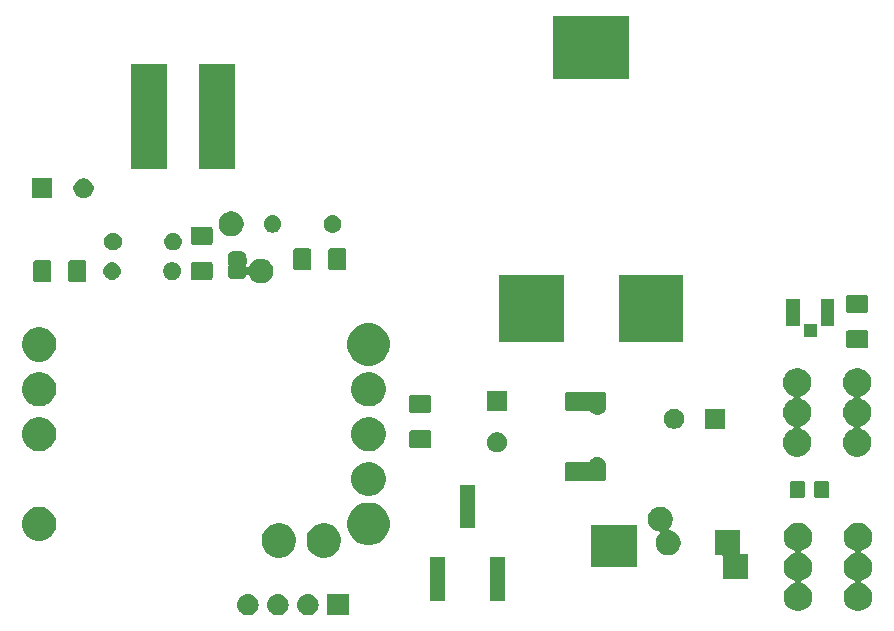
<source format=gts>
G04 #@! TF.GenerationSoftware,KiCad,Pcbnew,(5.1.4)-1*
G04 #@! TF.CreationDate,2021-06-03T13:54:44-04:00*
G04 #@! TF.ProjectId,coil_power_mod,636f696c-5f70-46f7-9765-725f6d6f642e,rev?*
G04 #@! TF.SameCoordinates,Original*
G04 #@! TF.FileFunction,Soldermask,Top*
G04 #@! TF.FilePolarity,Negative*
%FSLAX46Y46*%
G04 Gerber Fmt 4.6, Leading zero omitted, Abs format (unit mm)*
G04 Created by KiCad (PCBNEW (5.1.4)-1) date 2021-06-03 13:54:44*
%MOMM*%
%LPD*%
G04 APERTURE LIST*
%ADD10C,0.100000*%
G04 APERTURE END LIST*
D10*
G36*
X113750000Y-44250000D02*
G01*
X110750000Y-44250000D01*
X110750000Y-35500000D01*
X113750000Y-35500000D01*
X113750000Y-44250000D01*
G37*
X113750000Y-44250000D02*
X110750000Y-44250000D01*
X110750000Y-35500000D01*
X113750000Y-35500000D01*
X113750000Y-44250000D01*
G36*
X108000000Y-44250000D02*
G01*
X105000000Y-44250000D01*
X105000000Y-35500000D01*
X108000000Y-35500000D01*
X108000000Y-44250000D01*
G37*
X108000000Y-44250000D02*
X105000000Y-44250000D01*
X105000000Y-35500000D01*
X108000000Y-35500000D01*
X108000000Y-44250000D01*
G36*
X147750000Y-78000000D02*
G01*
X144000000Y-78000000D01*
X144000000Y-74500000D01*
X147750000Y-74500000D01*
X147750000Y-78000000D01*
G37*
X147750000Y-78000000D02*
X144000000Y-78000000D01*
X144000000Y-74500000D01*
X147750000Y-74500000D01*
X147750000Y-78000000D01*
G36*
X117570443Y-80355519D02*
G01*
X117636627Y-80362037D01*
X117806466Y-80413557D01*
X117962991Y-80497222D01*
X117998729Y-80526552D01*
X118100186Y-80609814D01*
X118172795Y-80698290D01*
X118212778Y-80747009D01*
X118296443Y-80903534D01*
X118347963Y-81073373D01*
X118365359Y-81250000D01*
X118347963Y-81426627D01*
X118296443Y-81596466D01*
X118212778Y-81752991D01*
X118189791Y-81781000D01*
X118100186Y-81890186D01*
X117998729Y-81973448D01*
X117962991Y-82002778D01*
X117806466Y-82086443D01*
X117636627Y-82137963D01*
X117570443Y-82144481D01*
X117504260Y-82151000D01*
X117415740Y-82151000D01*
X117349557Y-82144481D01*
X117283373Y-82137963D01*
X117113534Y-82086443D01*
X116957009Y-82002778D01*
X116921271Y-81973448D01*
X116819814Y-81890186D01*
X116730209Y-81781000D01*
X116707222Y-81752991D01*
X116623557Y-81596466D01*
X116572037Y-81426627D01*
X116554641Y-81250000D01*
X116572037Y-81073373D01*
X116623557Y-80903534D01*
X116707222Y-80747009D01*
X116747205Y-80698290D01*
X116819814Y-80609814D01*
X116921271Y-80526552D01*
X116957009Y-80497222D01*
X117113534Y-80413557D01*
X117283373Y-80362037D01*
X117349557Y-80355519D01*
X117415740Y-80349000D01*
X117504260Y-80349000D01*
X117570443Y-80355519D01*
X117570443Y-80355519D01*
G37*
G36*
X120110443Y-80355519D02*
G01*
X120176627Y-80362037D01*
X120346466Y-80413557D01*
X120502991Y-80497222D01*
X120538729Y-80526552D01*
X120640186Y-80609814D01*
X120712795Y-80698290D01*
X120752778Y-80747009D01*
X120836443Y-80903534D01*
X120887963Y-81073373D01*
X120905359Y-81250000D01*
X120887963Y-81426627D01*
X120836443Y-81596466D01*
X120752778Y-81752991D01*
X120729791Y-81781000D01*
X120640186Y-81890186D01*
X120538729Y-81973448D01*
X120502991Y-82002778D01*
X120346466Y-82086443D01*
X120176627Y-82137963D01*
X120110443Y-82144481D01*
X120044260Y-82151000D01*
X119955740Y-82151000D01*
X119889557Y-82144481D01*
X119823373Y-82137963D01*
X119653534Y-82086443D01*
X119497009Y-82002778D01*
X119461271Y-81973448D01*
X119359814Y-81890186D01*
X119270209Y-81781000D01*
X119247222Y-81752991D01*
X119163557Y-81596466D01*
X119112037Y-81426627D01*
X119094641Y-81250000D01*
X119112037Y-81073373D01*
X119163557Y-80903534D01*
X119247222Y-80747009D01*
X119287205Y-80698290D01*
X119359814Y-80609814D01*
X119461271Y-80526552D01*
X119497009Y-80497222D01*
X119653534Y-80413557D01*
X119823373Y-80362037D01*
X119889557Y-80355519D01*
X119955740Y-80349000D01*
X120044260Y-80349000D01*
X120110443Y-80355519D01*
X120110443Y-80355519D01*
G37*
G36*
X123441000Y-82151000D02*
G01*
X121639000Y-82151000D01*
X121639000Y-80349000D01*
X123441000Y-80349000D01*
X123441000Y-82151000D01*
X123441000Y-82151000D01*
G37*
G36*
X115030443Y-80355519D02*
G01*
X115096627Y-80362037D01*
X115266466Y-80413557D01*
X115422991Y-80497222D01*
X115458729Y-80526552D01*
X115560186Y-80609814D01*
X115632795Y-80698290D01*
X115672778Y-80747009D01*
X115756443Y-80903534D01*
X115807963Y-81073373D01*
X115825359Y-81250000D01*
X115807963Y-81426627D01*
X115756443Y-81596466D01*
X115672778Y-81752991D01*
X115649791Y-81781000D01*
X115560186Y-81890186D01*
X115458729Y-81973448D01*
X115422991Y-82002778D01*
X115266466Y-82086443D01*
X115096627Y-82137963D01*
X115030443Y-82144481D01*
X114964260Y-82151000D01*
X114875740Y-82151000D01*
X114809557Y-82144481D01*
X114743373Y-82137963D01*
X114573534Y-82086443D01*
X114417009Y-82002778D01*
X114381271Y-81973448D01*
X114279814Y-81890186D01*
X114190209Y-81781000D01*
X114167222Y-81752991D01*
X114083557Y-81596466D01*
X114032037Y-81426627D01*
X114014641Y-81250000D01*
X114032037Y-81073373D01*
X114083557Y-80903534D01*
X114167222Y-80747009D01*
X114207205Y-80698290D01*
X114279814Y-80609814D01*
X114381271Y-80526552D01*
X114417009Y-80497222D01*
X114573534Y-80413557D01*
X114743373Y-80362037D01*
X114809557Y-80355519D01*
X114875740Y-80349000D01*
X114964260Y-80349000D01*
X115030443Y-80355519D01*
X115030443Y-80355519D01*
G37*
G36*
X161850318Y-74345153D02*
G01*
X162068885Y-74435687D01*
X162068887Y-74435688D01*
X162265593Y-74567122D01*
X162432878Y-74734407D01*
X162563789Y-74930331D01*
X162564313Y-74931115D01*
X162654847Y-75149682D01*
X162701000Y-75381710D01*
X162701000Y-75618290D01*
X162654847Y-75850318D01*
X162592421Y-76001026D01*
X162564312Y-76068887D01*
X162432878Y-76265593D01*
X162265593Y-76432878D01*
X162068887Y-76564312D01*
X162068886Y-76564313D01*
X162068885Y-76564313D01*
X161851117Y-76654516D01*
X161829506Y-76666067D01*
X161810564Y-76681613D01*
X161795019Y-76700554D01*
X161783468Y-76722165D01*
X161776355Y-76745614D01*
X161773953Y-76770000D01*
X161776355Y-76794386D01*
X161783468Y-76817835D01*
X161795019Y-76839446D01*
X161810565Y-76858388D01*
X161829506Y-76873933D01*
X161851117Y-76885484D01*
X161998658Y-76946598D01*
X162068887Y-76975688D01*
X162265593Y-77107122D01*
X162432878Y-77274407D01*
X162564312Y-77471113D01*
X162564313Y-77471115D01*
X162654847Y-77689682D01*
X162701000Y-77921710D01*
X162701000Y-78158290D01*
X162654847Y-78390318D01*
X162564313Y-78608885D01*
X162564312Y-78608887D01*
X162432878Y-78805593D01*
X162265593Y-78972878D01*
X162068887Y-79104312D01*
X162068886Y-79104313D01*
X162068885Y-79104313D01*
X161851117Y-79194516D01*
X161829506Y-79206067D01*
X161810564Y-79221613D01*
X161795019Y-79240554D01*
X161783468Y-79262165D01*
X161776355Y-79285614D01*
X161773953Y-79310000D01*
X161776355Y-79334386D01*
X161783468Y-79357835D01*
X161795019Y-79379446D01*
X161810565Y-79398388D01*
X161829506Y-79413933D01*
X161851117Y-79425484D01*
X162068885Y-79515687D01*
X162068887Y-79515688D01*
X162265593Y-79647122D01*
X162432878Y-79814407D01*
X162564312Y-80011113D01*
X162564313Y-80011115D01*
X162654847Y-80229682D01*
X162701000Y-80461710D01*
X162701000Y-80698290D01*
X162654847Y-80930318D01*
X162595591Y-81073373D01*
X162564312Y-81148887D01*
X162432878Y-81345593D01*
X162265593Y-81512878D01*
X162068887Y-81644312D01*
X162068886Y-81644313D01*
X162068885Y-81644313D01*
X161850318Y-81734847D01*
X161618290Y-81781000D01*
X161381710Y-81781000D01*
X161149682Y-81734847D01*
X160931115Y-81644313D01*
X160931114Y-81644313D01*
X160931113Y-81644312D01*
X160734407Y-81512878D01*
X160567122Y-81345593D01*
X160435688Y-81148887D01*
X160404409Y-81073373D01*
X160345153Y-80930318D01*
X160299000Y-80698290D01*
X160299000Y-80461710D01*
X160345153Y-80229682D01*
X160435687Y-80011115D01*
X160435688Y-80011113D01*
X160567122Y-79814407D01*
X160734407Y-79647122D01*
X160931113Y-79515688D01*
X160931115Y-79515687D01*
X161148883Y-79425484D01*
X161170494Y-79413933D01*
X161189436Y-79398387D01*
X161204981Y-79379446D01*
X161216532Y-79357835D01*
X161223645Y-79334386D01*
X161226047Y-79310000D01*
X161223645Y-79285614D01*
X161216532Y-79262165D01*
X161204981Y-79240554D01*
X161189435Y-79221612D01*
X161170494Y-79206067D01*
X161148883Y-79194516D01*
X160931115Y-79104313D01*
X160931114Y-79104313D01*
X160931113Y-79104312D01*
X160734407Y-78972878D01*
X160567122Y-78805593D01*
X160435688Y-78608887D01*
X160435687Y-78608885D01*
X160345153Y-78390318D01*
X160299000Y-78158290D01*
X160299000Y-77921710D01*
X160345153Y-77689682D01*
X160435687Y-77471115D01*
X160435688Y-77471113D01*
X160567122Y-77274407D01*
X160734407Y-77107122D01*
X160931113Y-76975688D01*
X161001342Y-76946598D01*
X161148883Y-76885484D01*
X161170494Y-76873933D01*
X161189436Y-76858387D01*
X161204981Y-76839446D01*
X161216532Y-76817835D01*
X161223645Y-76794386D01*
X161226047Y-76770000D01*
X161223645Y-76745614D01*
X161216532Y-76722165D01*
X161204981Y-76700554D01*
X161189435Y-76681612D01*
X161170494Y-76666067D01*
X161148883Y-76654516D01*
X160931115Y-76564313D01*
X160931114Y-76564313D01*
X160931113Y-76564312D01*
X160734407Y-76432878D01*
X160567122Y-76265593D01*
X160435688Y-76068887D01*
X160407579Y-76001026D01*
X160345153Y-75850318D01*
X160299000Y-75618290D01*
X160299000Y-75381710D01*
X160345153Y-75149682D01*
X160435687Y-74931115D01*
X160436211Y-74930331D01*
X160567122Y-74734407D01*
X160734407Y-74567122D01*
X160931113Y-74435688D01*
X160931115Y-74435687D01*
X161149682Y-74345153D01*
X161381710Y-74299000D01*
X161618290Y-74299000D01*
X161850318Y-74345153D01*
X161850318Y-74345153D01*
G37*
G36*
X166930318Y-74345153D02*
G01*
X167148885Y-74435687D01*
X167148887Y-74435688D01*
X167345593Y-74567122D01*
X167512878Y-74734407D01*
X167643789Y-74930331D01*
X167644313Y-74931115D01*
X167734847Y-75149682D01*
X167781000Y-75381710D01*
X167781000Y-75618290D01*
X167734847Y-75850318D01*
X167672421Y-76001026D01*
X167644312Y-76068887D01*
X167512878Y-76265593D01*
X167345593Y-76432878D01*
X167148887Y-76564312D01*
X167148886Y-76564313D01*
X167148885Y-76564313D01*
X166931117Y-76654516D01*
X166909506Y-76666067D01*
X166890564Y-76681613D01*
X166875019Y-76700554D01*
X166863468Y-76722165D01*
X166856355Y-76745614D01*
X166853953Y-76770000D01*
X166856355Y-76794386D01*
X166863468Y-76817835D01*
X166875019Y-76839446D01*
X166890565Y-76858388D01*
X166909506Y-76873933D01*
X166931117Y-76885484D01*
X167078658Y-76946598D01*
X167148887Y-76975688D01*
X167345593Y-77107122D01*
X167512878Y-77274407D01*
X167644312Y-77471113D01*
X167644313Y-77471115D01*
X167734847Y-77689682D01*
X167781000Y-77921710D01*
X167781000Y-78158290D01*
X167734847Y-78390318D01*
X167644313Y-78608885D01*
X167644312Y-78608887D01*
X167512878Y-78805593D01*
X167345593Y-78972878D01*
X167148887Y-79104312D01*
X167148886Y-79104313D01*
X167148885Y-79104313D01*
X166931117Y-79194516D01*
X166909506Y-79206067D01*
X166890564Y-79221613D01*
X166875019Y-79240554D01*
X166863468Y-79262165D01*
X166856355Y-79285614D01*
X166853953Y-79310000D01*
X166856355Y-79334386D01*
X166863468Y-79357835D01*
X166875019Y-79379446D01*
X166890565Y-79398388D01*
X166909506Y-79413933D01*
X166931117Y-79425484D01*
X167148885Y-79515687D01*
X167148887Y-79515688D01*
X167345593Y-79647122D01*
X167512878Y-79814407D01*
X167644312Y-80011113D01*
X167644313Y-80011115D01*
X167734847Y-80229682D01*
X167781000Y-80461710D01*
X167781000Y-80698290D01*
X167734847Y-80930318D01*
X167675591Y-81073373D01*
X167644312Y-81148887D01*
X167512878Y-81345593D01*
X167345593Y-81512878D01*
X167148887Y-81644312D01*
X167148886Y-81644313D01*
X167148885Y-81644313D01*
X166930318Y-81734847D01*
X166698290Y-81781000D01*
X166461710Y-81781000D01*
X166229682Y-81734847D01*
X166011115Y-81644313D01*
X166011114Y-81644313D01*
X166011113Y-81644312D01*
X165814407Y-81512878D01*
X165647122Y-81345593D01*
X165515688Y-81148887D01*
X165484409Y-81073373D01*
X165425153Y-80930318D01*
X165379000Y-80698290D01*
X165379000Y-80461710D01*
X165425153Y-80229682D01*
X165515687Y-80011115D01*
X165515688Y-80011113D01*
X165647122Y-79814407D01*
X165814407Y-79647122D01*
X166011113Y-79515688D01*
X166011115Y-79515687D01*
X166228883Y-79425484D01*
X166250494Y-79413933D01*
X166269436Y-79398387D01*
X166284981Y-79379446D01*
X166296532Y-79357835D01*
X166303645Y-79334386D01*
X166306047Y-79310000D01*
X166303645Y-79285614D01*
X166296532Y-79262165D01*
X166284981Y-79240554D01*
X166269435Y-79221612D01*
X166250494Y-79206067D01*
X166228883Y-79194516D01*
X166011115Y-79104313D01*
X166011114Y-79104313D01*
X166011113Y-79104312D01*
X165814407Y-78972878D01*
X165647122Y-78805593D01*
X165515688Y-78608887D01*
X165515687Y-78608885D01*
X165425153Y-78390318D01*
X165379000Y-78158290D01*
X165379000Y-77921710D01*
X165425153Y-77689682D01*
X165515687Y-77471115D01*
X165515688Y-77471113D01*
X165647122Y-77274407D01*
X165814407Y-77107122D01*
X166011113Y-76975688D01*
X166081342Y-76946598D01*
X166228883Y-76885484D01*
X166250494Y-76873933D01*
X166269436Y-76858387D01*
X166284981Y-76839446D01*
X166296532Y-76817835D01*
X166303645Y-76794386D01*
X166306047Y-76770000D01*
X166303645Y-76745614D01*
X166296532Y-76722165D01*
X166284981Y-76700554D01*
X166269435Y-76681612D01*
X166250494Y-76666067D01*
X166228883Y-76654516D01*
X166011115Y-76564313D01*
X166011114Y-76564313D01*
X166011113Y-76564312D01*
X165814407Y-76432878D01*
X165647122Y-76265593D01*
X165515688Y-76068887D01*
X165487579Y-76001026D01*
X165425153Y-75850318D01*
X165379000Y-75618290D01*
X165379000Y-75381710D01*
X165425153Y-75149682D01*
X165515687Y-74931115D01*
X165516211Y-74930331D01*
X165647122Y-74734407D01*
X165814407Y-74567122D01*
X166011113Y-74435688D01*
X166011115Y-74435687D01*
X166229682Y-74345153D01*
X166461710Y-74299000D01*
X166698290Y-74299000D01*
X166930318Y-74345153D01*
X166930318Y-74345153D01*
G37*
G36*
X131606000Y-80901000D02*
G01*
X130314000Y-80901000D01*
X130314000Y-77249000D01*
X131606000Y-77249000D01*
X131606000Y-80901000D01*
X131606000Y-80901000D01*
G37*
G36*
X136686000Y-80901000D02*
G01*
X135394000Y-80901000D01*
X135394000Y-77249000D01*
X136686000Y-77249000D01*
X136686000Y-80901000D01*
X136686000Y-80901000D01*
G37*
G36*
X156551000Y-76824001D02*
G01*
X156553402Y-76848387D01*
X156560515Y-76871836D01*
X156572066Y-76893447D01*
X156587611Y-76912389D01*
X156606553Y-76927934D01*
X156628164Y-76939485D01*
X156651613Y-76946598D01*
X156675999Y-76949000D01*
X157223144Y-76949000D01*
X157223144Y-79051000D01*
X155121144Y-79051000D01*
X155121144Y-77175999D01*
X155118742Y-77151613D01*
X155111629Y-77128164D01*
X155100078Y-77106553D01*
X155084533Y-77087611D01*
X155065591Y-77072066D01*
X155043980Y-77060515D01*
X155020531Y-77053402D01*
X154996145Y-77051000D01*
X154449000Y-77051000D01*
X154449000Y-74949000D01*
X156551000Y-74949000D01*
X156551000Y-76824001D01*
X156551000Y-76824001D01*
G37*
G36*
X117958241Y-74409760D02*
G01*
X118222305Y-74519139D01*
X118459958Y-74677934D01*
X118662066Y-74880042D01*
X118820861Y-75117695D01*
X118930240Y-75381759D01*
X118986000Y-75662088D01*
X118986000Y-75947912D01*
X118930240Y-76228241D01*
X118820861Y-76492305D01*
X118662066Y-76729958D01*
X118459958Y-76932066D01*
X118222305Y-77090861D01*
X117958241Y-77200240D01*
X117677912Y-77256000D01*
X117392088Y-77256000D01*
X117111759Y-77200240D01*
X116847695Y-77090861D01*
X116610042Y-76932066D01*
X116407934Y-76729958D01*
X116249139Y-76492305D01*
X116139760Y-76228241D01*
X116084000Y-75947912D01*
X116084000Y-75662088D01*
X116139760Y-75381759D01*
X116249139Y-75117695D01*
X116407934Y-74880042D01*
X116610042Y-74677934D01*
X116847695Y-74519139D01*
X117111759Y-74409760D01*
X117392088Y-74354000D01*
X117677912Y-74354000D01*
X117958241Y-74409760D01*
X117958241Y-74409760D01*
G37*
G36*
X121758241Y-74409760D02*
G01*
X122022305Y-74519139D01*
X122259958Y-74677934D01*
X122462066Y-74880042D01*
X122620861Y-75117695D01*
X122730240Y-75381759D01*
X122786000Y-75662088D01*
X122786000Y-75947912D01*
X122730240Y-76228241D01*
X122620861Y-76492305D01*
X122462066Y-76729958D01*
X122259958Y-76932066D01*
X122022305Y-77090861D01*
X121758241Y-77200240D01*
X121477912Y-77256000D01*
X121192088Y-77256000D01*
X120911759Y-77200240D01*
X120647695Y-77090861D01*
X120410042Y-76932066D01*
X120207934Y-76729958D01*
X120049139Y-76492305D01*
X119939760Y-76228241D01*
X119884000Y-75947912D01*
X119884000Y-75662088D01*
X119939760Y-75381759D01*
X120049139Y-75117695D01*
X120207934Y-74880042D01*
X120410042Y-74677934D01*
X120647695Y-74519139D01*
X120911759Y-74409760D01*
X121192088Y-74354000D01*
X121477912Y-74354000D01*
X121758241Y-74409760D01*
X121758241Y-74409760D01*
G37*
G36*
X150134420Y-72989389D02*
G01*
X150325689Y-73068615D01*
X150325691Y-73068616D01*
X150401304Y-73119139D01*
X150497829Y-73183635D01*
X150644221Y-73330027D01*
X150759241Y-73502167D01*
X150838467Y-73693436D01*
X150878856Y-73896484D01*
X150878856Y-74103516D01*
X150838467Y-74306564D01*
X150784982Y-74435688D01*
X150759240Y-74497835D01*
X150712944Y-74567122D01*
X150644221Y-74669973D01*
X150570096Y-74744098D01*
X150554551Y-74763040D01*
X150543000Y-74784651D01*
X150535887Y-74808100D01*
X150533485Y-74832486D01*
X150535887Y-74856872D01*
X150543000Y-74880321D01*
X150554551Y-74901932D01*
X150570096Y-74920874D01*
X150589038Y-74936419D01*
X150610649Y-74947970D01*
X150634098Y-74955083D01*
X150806564Y-74989389D01*
X150997833Y-75068615D01*
X150997835Y-75068616D01*
X151041913Y-75098068D01*
X151169973Y-75183635D01*
X151316365Y-75330027D01*
X151431385Y-75502167D01*
X151510611Y-75693436D01*
X151551000Y-75896484D01*
X151551000Y-76103516D01*
X151510611Y-76306564D01*
X151458290Y-76432878D01*
X151431384Y-76497835D01*
X151316365Y-76669973D01*
X151169973Y-76816365D01*
X150997835Y-76931384D01*
X150997834Y-76931385D01*
X150997833Y-76931385D01*
X150806564Y-77010611D01*
X150603516Y-77051000D01*
X150396484Y-77051000D01*
X150193436Y-77010611D01*
X150002167Y-76931385D01*
X150002166Y-76931385D01*
X150002165Y-76931384D01*
X149830027Y-76816365D01*
X149683635Y-76669973D01*
X149568616Y-76497835D01*
X149541710Y-76432878D01*
X149489389Y-76306564D01*
X149449000Y-76103516D01*
X149449000Y-75896484D01*
X149489389Y-75693436D01*
X149568615Y-75502167D01*
X149683635Y-75330027D01*
X149757760Y-75255902D01*
X149773305Y-75236960D01*
X149784856Y-75215349D01*
X149791969Y-75191900D01*
X149794371Y-75167514D01*
X149791969Y-75143128D01*
X149784856Y-75119679D01*
X149773305Y-75098068D01*
X149757760Y-75079126D01*
X149738818Y-75063581D01*
X149717207Y-75052030D01*
X149693758Y-75044917D01*
X149521292Y-75010611D01*
X149330023Y-74931385D01*
X149330022Y-74931385D01*
X149330021Y-74931384D01*
X149157883Y-74816365D01*
X149011491Y-74669973D01*
X148896472Y-74497835D01*
X148870730Y-74435688D01*
X148817245Y-74306564D01*
X148776856Y-74103516D01*
X148776856Y-73896484D01*
X148817245Y-73693436D01*
X148896471Y-73502167D01*
X149011491Y-73330027D01*
X149157883Y-73183635D01*
X149254408Y-73119139D01*
X149330021Y-73068616D01*
X149330023Y-73068615D01*
X149521292Y-72989389D01*
X149724340Y-72949000D01*
X149931372Y-72949000D01*
X150134420Y-72989389D01*
X150134420Y-72989389D01*
G37*
G36*
X125660331Y-72673211D02*
G01*
X125988092Y-72808974D01*
X126283070Y-73006072D01*
X126533928Y-73256930D01*
X126731026Y-73551908D01*
X126866789Y-73879669D01*
X126936000Y-74227616D01*
X126936000Y-74582384D01*
X126866789Y-74930331D01*
X126731026Y-75258092D01*
X126533928Y-75553070D01*
X126283070Y-75803928D01*
X125988092Y-76001026D01*
X125660331Y-76136789D01*
X125312384Y-76206000D01*
X124957616Y-76206000D01*
X124609669Y-76136789D01*
X124281908Y-76001026D01*
X123986930Y-75803928D01*
X123736072Y-75553070D01*
X123538974Y-75258092D01*
X123403211Y-74930331D01*
X123334000Y-74582384D01*
X123334000Y-74227616D01*
X123403211Y-73879669D01*
X123538974Y-73551908D01*
X123736072Y-73256930D01*
X123986930Y-73006072D01*
X124281908Y-72808974D01*
X124609669Y-72673211D01*
X124957616Y-72604000D01*
X125312384Y-72604000D01*
X125660331Y-72673211D01*
X125660331Y-72673211D01*
G37*
G36*
X97658241Y-73009760D02*
G01*
X97922305Y-73119139D01*
X98159958Y-73277934D01*
X98362066Y-73480042D01*
X98520861Y-73717695D01*
X98630240Y-73981759D01*
X98686000Y-74262088D01*
X98686000Y-74547912D01*
X98630240Y-74828241D01*
X98520861Y-75092305D01*
X98362066Y-75329958D01*
X98159958Y-75532066D01*
X97922305Y-75690861D01*
X97658241Y-75800240D01*
X97377912Y-75856000D01*
X97092088Y-75856000D01*
X96811759Y-75800240D01*
X96547695Y-75690861D01*
X96310042Y-75532066D01*
X96107934Y-75329958D01*
X95949139Y-75092305D01*
X95839760Y-74828241D01*
X95784000Y-74547912D01*
X95784000Y-74262088D01*
X95839760Y-73981759D01*
X95949139Y-73717695D01*
X96107934Y-73480042D01*
X96310042Y-73277934D01*
X96547695Y-73119139D01*
X96811759Y-73009760D01*
X97092088Y-72954000D01*
X97377912Y-72954000D01*
X97658241Y-73009760D01*
X97658241Y-73009760D01*
G37*
G36*
X134146000Y-74751000D02*
G01*
X132854000Y-74751000D01*
X132854000Y-71099000D01*
X134146000Y-71099000D01*
X134146000Y-74751000D01*
X134146000Y-74751000D01*
G37*
G36*
X161913674Y-70753465D02*
G01*
X161951367Y-70764899D01*
X161986103Y-70783466D01*
X162016548Y-70808452D01*
X162041534Y-70838897D01*
X162060101Y-70873633D01*
X162071535Y-70911326D01*
X162076000Y-70956661D01*
X162076000Y-72043339D01*
X162071535Y-72088674D01*
X162060101Y-72126367D01*
X162041534Y-72161103D01*
X162016548Y-72191548D01*
X161986103Y-72216534D01*
X161951367Y-72235101D01*
X161913674Y-72246535D01*
X161868339Y-72251000D01*
X161031661Y-72251000D01*
X160986326Y-72246535D01*
X160948633Y-72235101D01*
X160913897Y-72216534D01*
X160883452Y-72191548D01*
X160858466Y-72161103D01*
X160839899Y-72126367D01*
X160828465Y-72088674D01*
X160824000Y-72043339D01*
X160824000Y-70956661D01*
X160828465Y-70911326D01*
X160839899Y-70873633D01*
X160858466Y-70838897D01*
X160883452Y-70808452D01*
X160913897Y-70783466D01*
X160948633Y-70764899D01*
X160986326Y-70753465D01*
X161031661Y-70749000D01*
X161868339Y-70749000D01*
X161913674Y-70753465D01*
X161913674Y-70753465D01*
G37*
G36*
X163963674Y-70753465D02*
G01*
X164001367Y-70764899D01*
X164036103Y-70783466D01*
X164066548Y-70808452D01*
X164091534Y-70838897D01*
X164110101Y-70873633D01*
X164121535Y-70911326D01*
X164126000Y-70956661D01*
X164126000Y-72043339D01*
X164121535Y-72088674D01*
X164110101Y-72126367D01*
X164091534Y-72161103D01*
X164066548Y-72191548D01*
X164036103Y-72216534D01*
X164001367Y-72235101D01*
X163963674Y-72246535D01*
X163918339Y-72251000D01*
X163081661Y-72251000D01*
X163036326Y-72246535D01*
X162998633Y-72235101D01*
X162963897Y-72216534D01*
X162933452Y-72191548D01*
X162908466Y-72161103D01*
X162889899Y-72126367D01*
X162878465Y-72088674D01*
X162874000Y-72043339D01*
X162874000Y-70956661D01*
X162878465Y-70911326D01*
X162889899Y-70873633D01*
X162908466Y-70838897D01*
X162933452Y-70808452D01*
X162963897Y-70783466D01*
X162998633Y-70764899D01*
X163036326Y-70753465D01*
X163081661Y-70749000D01*
X163918339Y-70749000D01*
X163963674Y-70753465D01*
X163963674Y-70753465D01*
G37*
G36*
X125558241Y-69209760D02*
G01*
X125822305Y-69319139D01*
X126059958Y-69477934D01*
X126262066Y-69680042D01*
X126420861Y-69917695D01*
X126530240Y-70181759D01*
X126586000Y-70462088D01*
X126586000Y-70747912D01*
X126530240Y-71028241D01*
X126420861Y-71292305D01*
X126262066Y-71529958D01*
X126059958Y-71732066D01*
X125822305Y-71890861D01*
X125558241Y-72000240D01*
X125277912Y-72056000D01*
X124992088Y-72056000D01*
X124711759Y-72000240D01*
X124447695Y-71890861D01*
X124210042Y-71732066D01*
X124007934Y-71529958D01*
X123849139Y-71292305D01*
X123739760Y-71028241D01*
X123684000Y-70747912D01*
X123684000Y-70462088D01*
X123739760Y-70181759D01*
X123849139Y-69917695D01*
X124007934Y-69680042D01*
X124210042Y-69477934D01*
X124447695Y-69319139D01*
X124711759Y-69209760D01*
X124992088Y-69154000D01*
X125277912Y-69154000D01*
X125558241Y-69209760D01*
X125558241Y-69209760D01*
G37*
G36*
X144719059Y-68777860D02*
G01*
X144855732Y-68834472D01*
X144978735Y-68916660D01*
X145083340Y-69021265D01*
X145165528Y-69144268D01*
X145165529Y-69144270D01*
X145222140Y-69280941D01*
X145251000Y-69426032D01*
X145251000Y-69573968D01*
X145228402Y-69687577D01*
X145226000Y-69711963D01*
X145226000Y-70612158D01*
X145221897Y-70653820D01*
X145211533Y-70687985D01*
X145194707Y-70719464D01*
X145172060Y-70747060D01*
X145144464Y-70769707D01*
X145112985Y-70786533D01*
X145078820Y-70796897D01*
X145037158Y-70801000D01*
X141962842Y-70801000D01*
X141921180Y-70796897D01*
X141887015Y-70786533D01*
X141855536Y-70769707D01*
X141827940Y-70747060D01*
X141805293Y-70719464D01*
X141788467Y-70687985D01*
X141778103Y-70653820D01*
X141774000Y-70612158D01*
X141774000Y-69362842D01*
X141778103Y-69321180D01*
X141788467Y-69287015D01*
X141805293Y-69255536D01*
X141827940Y-69227940D01*
X141855536Y-69205293D01*
X141887015Y-69188467D01*
X141921180Y-69178103D01*
X141962842Y-69174000D01*
X143747792Y-69174000D01*
X143772178Y-69171598D01*
X143795627Y-69164485D01*
X143817238Y-69152934D01*
X143836180Y-69137389D01*
X143851725Y-69118447D01*
X143916659Y-69021267D01*
X143916660Y-69021265D01*
X144021265Y-68916660D01*
X144144268Y-68834472D01*
X144280941Y-68777860D01*
X144426032Y-68749000D01*
X144573968Y-68749000D01*
X144719059Y-68777860D01*
X144719059Y-68777860D01*
G37*
G36*
X161770318Y-61265153D02*
G01*
X161988885Y-61355687D01*
X161988887Y-61355688D01*
X162185593Y-61487122D01*
X162352878Y-61654407D01*
X162484312Y-61851113D01*
X162484313Y-61851115D01*
X162574847Y-62069682D01*
X162621000Y-62301710D01*
X162621000Y-62538290D01*
X162574847Y-62770318D01*
X162536834Y-62862088D01*
X162484312Y-62988887D01*
X162352878Y-63185593D01*
X162185593Y-63352878D01*
X161988887Y-63484312D01*
X161988886Y-63484313D01*
X161988885Y-63484313D01*
X161771117Y-63574516D01*
X161749506Y-63586067D01*
X161730564Y-63601613D01*
X161715019Y-63620554D01*
X161703468Y-63642165D01*
X161696355Y-63665614D01*
X161693953Y-63690000D01*
X161696355Y-63714386D01*
X161703468Y-63737835D01*
X161715019Y-63759446D01*
X161730565Y-63778388D01*
X161749506Y-63793933D01*
X161771117Y-63805484D01*
X161988885Y-63895687D01*
X161988887Y-63895688D01*
X162185593Y-64027122D01*
X162352878Y-64194407D01*
X162417325Y-64290860D01*
X162484313Y-64391115D01*
X162574847Y-64609682D01*
X162621000Y-64841710D01*
X162621000Y-65078290D01*
X162574847Y-65310318D01*
X162484313Y-65528885D01*
X162484312Y-65528887D01*
X162352878Y-65725593D01*
X162185593Y-65892878D01*
X161988887Y-66024312D01*
X161988886Y-66024313D01*
X161988885Y-66024313D01*
X161771117Y-66114516D01*
X161749506Y-66126067D01*
X161730564Y-66141613D01*
X161715019Y-66160554D01*
X161703468Y-66182165D01*
X161696355Y-66205614D01*
X161693953Y-66230000D01*
X161696355Y-66254386D01*
X161703468Y-66277835D01*
X161715019Y-66299446D01*
X161730565Y-66318388D01*
X161749506Y-66333933D01*
X161771117Y-66345484D01*
X161988885Y-66435687D01*
X161988887Y-66435688D01*
X162185593Y-66567122D01*
X162352878Y-66734407D01*
X162422754Y-66838985D01*
X162484313Y-66931115D01*
X162574847Y-67149682D01*
X162621000Y-67381710D01*
X162621000Y-67618290D01*
X162574847Y-67850318D01*
X162514564Y-67995852D01*
X162484312Y-68068887D01*
X162352878Y-68265593D01*
X162185593Y-68432878D01*
X161988887Y-68564312D01*
X161988886Y-68564313D01*
X161988885Y-68564313D01*
X161770318Y-68654847D01*
X161538290Y-68701000D01*
X161301710Y-68701000D01*
X161069682Y-68654847D01*
X160851115Y-68564313D01*
X160851114Y-68564313D01*
X160851113Y-68564312D01*
X160654407Y-68432878D01*
X160487122Y-68265593D01*
X160355688Y-68068887D01*
X160325436Y-67995852D01*
X160265153Y-67850318D01*
X160219000Y-67618290D01*
X160219000Y-67381710D01*
X160265153Y-67149682D01*
X160355687Y-66931115D01*
X160417246Y-66838985D01*
X160487122Y-66734407D01*
X160654407Y-66567122D01*
X160851113Y-66435688D01*
X160851115Y-66435687D01*
X161068883Y-66345484D01*
X161090494Y-66333933D01*
X161109436Y-66318387D01*
X161124981Y-66299446D01*
X161136532Y-66277835D01*
X161143645Y-66254386D01*
X161146047Y-66230000D01*
X161143645Y-66205614D01*
X161136532Y-66182165D01*
X161124981Y-66160554D01*
X161109435Y-66141612D01*
X161090494Y-66126067D01*
X161068883Y-66114516D01*
X160851115Y-66024313D01*
X160851114Y-66024313D01*
X160851113Y-66024312D01*
X160654407Y-65892878D01*
X160487122Y-65725593D01*
X160355688Y-65528887D01*
X160355687Y-65528885D01*
X160265153Y-65310318D01*
X160219000Y-65078290D01*
X160219000Y-64841710D01*
X160265153Y-64609682D01*
X160355687Y-64391115D01*
X160422675Y-64290860D01*
X160487122Y-64194407D01*
X160654407Y-64027122D01*
X160851113Y-63895688D01*
X160851115Y-63895687D01*
X161068883Y-63805484D01*
X161090494Y-63793933D01*
X161109436Y-63778387D01*
X161124981Y-63759446D01*
X161136532Y-63737835D01*
X161143645Y-63714386D01*
X161146047Y-63690000D01*
X161143645Y-63665614D01*
X161136532Y-63642165D01*
X161124981Y-63620554D01*
X161109435Y-63601612D01*
X161090494Y-63586067D01*
X161068883Y-63574516D01*
X160851115Y-63484313D01*
X160851114Y-63484313D01*
X160851113Y-63484312D01*
X160654407Y-63352878D01*
X160487122Y-63185593D01*
X160355688Y-62988887D01*
X160303166Y-62862088D01*
X160265153Y-62770318D01*
X160219000Y-62538290D01*
X160219000Y-62301710D01*
X160265153Y-62069682D01*
X160355687Y-61851115D01*
X160355688Y-61851113D01*
X160487122Y-61654407D01*
X160654407Y-61487122D01*
X160851113Y-61355688D01*
X160851115Y-61355687D01*
X161069682Y-61265153D01*
X161301710Y-61219000D01*
X161538290Y-61219000D01*
X161770318Y-61265153D01*
X161770318Y-61265153D01*
G37*
G36*
X166850318Y-61265153D02*
G01*
X167068885Y-61355687D01*
X167068887Y-61355688D01*
X167265593Y-61487122D01*
X167432878Y-61654407D01*
X167564312Y-61851113D01*
X167564313Y-61851115D01*
X167654847Y-62069682D01*
X167701000Y-62301710D01*
X167701000Y-62538290D01*
X167654847Y-62770318D01*
X167616834Y-62862088D01*
X167564312Y-62988887D01*
X167432878Y-63185593D01*
X167265593Y-63352878D01*
X167068887Y-63484312D01*
X167068886Y-63484313D01*
X167068885Y-63484313D01*
X166851117Y-63574516D01*
X166829506Y-63586067D01*
X166810564Y-63601613D01*
X166795019Y-63620554D01*
X166783468Y-63642165D01*
X166776355Y-63665614D01*
X166773953Y-63690000D01*
X166776355Y-63714386D01*
X166783468Y-63737835D01*
X166795019Y-63759446D01*
X166810565Y-63778388D01*
X166829506Y-63793933D01*
X166851117Y-63805484D01*
X167068885Y-63895687D01*
X167068887Y-63895688D01*
X167265593Y-64027122D01*
X167432878Y-64194407D01*
X167497325Y-64290860D01*
X167564313Y-64391115D01*
X167654847Y-64609682D01*
X167701000Y-64841710D01*
X167701000Y-65078290D01*
X167654847Y-65310318D01*
X167564313Y-65528885D01*
X167564312Y-65528887D01*
X167432878Y-65725593D01*
X167265593Y-65892878D01*
X167068887Y-66024312D01*
X167068886Y-66024313D01*
X167068885Y-66024313D01*
X166851117Y-66114516D01*
X166829506Y-66126067D01*
X166810564Y-66141613D01*
X166795019Y-66160554D01*
X166783468Y-66182165D01*
X166776355Y-66205614D01*
X166773953Y-66230000D01*
X166776355Y-66254386D01*
X166783468Y-66277835D01*
X166795019Y-66299446D01*
X166810565Y-66318388D01*
X166829506Y-66333933D01*
X166851117Y-66345484D01*
X167068885Y-66435687D01*
X167068887Y-66435688D01*
X167265593Y-66567122D01*
X167432878Y-66734407D01*
X167502754Y-66838985D01*
X167564313Y-66931115D01*
X167654847Y-67149682D01*
X167701000Y-67381710D01*
X167701000Y-67618290D01*
X167654847Y-67850318D01*
X167594564Y-67995852D01*
X167564312Y-68068887D01*
X167432878Y-68265593D01*
X167265593Y-68432878D01*
X167068887Y-68564312D01*
X167068886Y-68564313D01*
X167068885Y-68564313D01*
X166850318Y-68654847D01*
X166618290Y-68701000D01*
X166381710Y-68701000D01*
X166149682Y-68654847D01*
X165931115Y-68564313D01*
X165931114Y-68564313D01*
X165931113Y-68564312D01*
X165734407Y-68432878D01*
X165567122Y-68265593D01*
X165435688Y-68068887D01*
X165405436Y-67995852D01*
X165345153Y-67850318D01*
X165299000Y-67618290D01*
X165299000Y-67381710D01*
X165345153Y-67149682D01*
X165435687Y-66931115D01*
X165497246Y-66838985D01*
X165567122Y-66734407D01*
X165734407Y-66567122D01*
X165931113Y-66435688D01*
X165931115Y-66435687D01*
X166148883Y-66345484D01*
X166170494Y-66333933D01*
X166189436Y-66318387D01*
X166204981Y-66299446D01*
X166216532Y-66277835D01*
X166223645Y-66254386D01*
X166226047Y-66230000D01*
X166223645Y-66205614D01*
X166216532Y-66182165D01*
X166204981Y-66160554D01*
X166189435Y-66141612D01*
X166170494Y-66126067D01*
X166148883Y-66114516D01*
X165931115Y-66024313D01*
X165931114Y-66024313D01*
X165931113Y-66024312D01*
X165734407Y-65892878D01*
X165567122Y-65725593D01*
X165435688Y-65528887D01*
X165435687Y-65528885D01*
X165345153Y-65310318D01*
X165299000Y-65078290D01*
X165299000Y-64841710D01*
X165345153Y-64609682D01*
X165435687Y-64391115D01*
X165502675Y-64290860D01*
X165567122Y-64194407D01*
X165734407Y-64027122D01*
X165931113Y-63895688D01*
X165931115Y-63895687D01*
X166148883Y-63805484D01*
X166170494Y-63793933D01*
X166189436Y-63778387D01*
X166204981Y-63759446D01*
X166216532Y-63737835D01*
X166223645Y-63714386D01*
X166226047Y-63690000D01*
X166223645Y-63665614D01*
X166216532Y-63642165D01*
X166204981Y-63620554D01*
X166189435Y-63601612D01*
X166170494Y-63586067D01*
X166148883Y-63574516D01*
X165931115Y-63484313D01*
X165931114Y-63484313D01*
X165931113Y-63484312D01*
X165734407Y-63352878D01*
X165567122Y-63185593D01*
X165435688Y-62988887D01*
X165383166Y-62862088D01*
X165345153Y-62770318D01*
X165299000Y-62538290D01*
X165299000Y-62301710D01*
X165345153Y-62069682D01*
X165435687Y-61851115D01*
X165435688Y-61851113D01*
X165567122Y-61654407D01*
X165734407Y-61487122D01*
X165931113Y-61355688D01*
X165931115Y-61355687D01*
X166149682Y-61265153D01*
X166381710Y-61219000D01*
X166618290Y-61219000D01*
X166850318Y-61265153D01*
X166850318Y-61265153D01*
G37*
G36*
X136248228Y-66681703D02*
G01*
X136403100Y-66745853D01*
X136542481Y-66838985D01*
X136661015Y-66957519D01*
X136754147Y-67096900D01*
X136818297Y-67251772D01*
X136851000Y-67416184D01*
X136851000Y-67583816D01*
X136818297Y-67748228D01*
X136754147Y-67903100D01*
X136661015Y-68042481D01*
X136542481Y-68161015D01*
X136403100Y-68254147D01*
X136248228Y-68318297D01*
X136083816Y-68351000D01*
X135916184Y-68351000D01*
X135751772Y-68318297D01*
X135596900Y-68254147D01*
X135457519Y-68161015D01*
X135338985Y-68042481D01*
X135245853Y-67903100D01*
X135181703Y-67748228D01*
X135149000Y-67583816D01*
X135149000Y-67416184D01*
X135181703Y-67251772D01*
X135245853Y-67096900D01*
X135338985Y-66957519D01*
X135457519Y-66838985D01*
X135596900Y-66745853D01*
X135751772Y-66681703D01*
X135916184Y-66649000D01*
X136083816Y-66649000D01*
X136248228Y-66681703D01*
X136248228Y-66681703D01*
G37*
G36*
X125558241Y-65409760D02*
G01*
X125822305Y-65519139D01*
X126059958Y-65677934D01*
X126262066Y-65880042D01*
X126420861Y-66117695D01*
X126530240Y-66381759D01*
X126586000Y-66662088D01*
X126586000Y-66947912D01*
X126530240Y-67228241D01*
X126420861Y-67492305D01*
X126262066Y-67729958D01*
X126059958Y-67932066D01*
X125822305Y-68090861D01*
X125558241Y-68200240D01*
X125277912Y-68256000D01*
X124992088Y-68256000D01*
X124711759Y-68200240D01*
X124447695Y-68090861D01*
X124210042Y-67932066D01*
X124007934Y-67729958D01*
X123849139Y-67492305D01*
X123739760Y-67228241D01*
X123684000Y-66947912D01*
X123684000Y-66662088D01*
X123739760Y-66381759D01*
X123849139Y-66117695D01*
X124007934Y-65880042D01*
X124210042Y-65677934D01*
X124447695Y-65519139D01*
X124711759Y-65409760D01*
X124992088Y-65354000D01*
X125277912Y-65354000D01*
X125558241Y-65409760D01*
X125558241Y-65409760D01*
G37*
G36*
X97658241Y-65409760D02*
G01*
X97922305Y-65519139D01*
X98159958Y-65677934D01*
X98362066Y-65880042D01*
X98520861Y-66117695D01*
X98630240Y-66381759D01*
X98686000Y-66662088D01*
X98686000Y-66947912D01*
X98630240Y-67228241D01*
X98520861Y-67492305D01*
X98362066Y-67729958D01*
X98159958Y-67932066D01*
X97922305Y-68090861D01*
X97658241Y-68200240D01*
X97377912Y-68256000D01*
X97092088Y-68256000D01*
X96811759Y-68200240D01*
X96547695Y-68090861D01*
X96310042Y-67932066D01*
X96107934Y-67729958D01*
X95949139Y-67492305D01*
X95839760Y-67228241D01*
X95784000Y-66947912D01*
X95784000Y-66662088D01*
X95839760Y-66381759D01*
X95949139Y-66117695D01*
X96107934Y-65880042D01*
X96310042Y-65677934D01*
X96547695Y-65519139D01*
X96811759Y-65409760D01*
X97092088Y-65354000D01*
X97377912Y-65354000D01*
X97658241Y-65409760D01*
X97658241Y-65409760D01*
G37*
G36*
X130275562Y-66478181D02*
G01*
X130310481Y-66488774D01*
X130342663Y-66505976D01*
X130370873Y-66529127D01*
X130394024Y-66557337D01*
X130411226Y-66589519D01*
X130421819Y-66624438D01*
X130426000Y-66666895D01*
X130426000Y-67808105D01*
X130421819Y-67850562D01*
X130411226Y-67885481D01*
X130394024Y-67917663D01*
X130370873Y-67945873D01*
X130342663Y-67969024D01*
X130310481Y-67986226D01*
X130275562Y-67996819D01*
X130233105Y-68001000D01*
X128766895Y-68001000D01*
X128724438Y-67996819D01*
X128689519Y-67986226D01*
X128657337Y-67969024D01*
X128629127Y-67945873D01*
X128605976Y-67917663D01*
X128588774Y-67885481D01*
X128578181Y-67850562D01*
X128574000Y-67808105D01*
X128574000Y-66666895D01*
X128578181Y-66624438D01*
X128588774Y-66589519D01*
X128605976Y-66557337D01*
X128629127Y-66529127D01*
X128657337Y-66505976D01*
X128689519Y-66488774D01*
X128724438Y-66478181D01*
X128766895Y-66474000D01*
X130233105Y-66474000D01*
X130275562Y-66478181D01*
X130275562Y-66478181D01*
G37*
G36*
X151248228Y-64681703D02*
G01*
X151403100Y-64745853D01*
X151542481Y-64838985D01*
X151661015Y-64957519D01*
X151754147Y-65096900D01*
X151818297Y-65251772D01*
X151851000Y-65416184D01*
X151851000Y-65583816D01*
X151818297Y-65748228D01*
X151754147Y-65903100D01*
X151661015Y-66042481D01*
X151542481Y-66161015D01*
X151403100Y-66254147D01*
X151248228Y-66318297D01*
X151083816Y-66351000D01*
X150916184Y-66351000D01*
X150751772Y-66318297D01*
X150596900Y-66254147D01*
X150457519Y-66161015D01*
X150338985Y-66042481D01*
X150245853Y-65903100D01*
X150181703Y-65748228D01*
X150149000Y-65583816D01*
X150149000Y-65416184D01*
X150181703Y-65251772D01*
X150245853Y-65096900D01*
X150338985Y-64957519D01*
X150457519Y-64838985D01*
X150596900Y-64745853D01*
X150751772Y-64681703D01*
X150916184Y-64649000D01*
X151083816Y-64649000D01*
X151248228Y-64681703D01*
X151248228Y-64681703D01*
G37*
G36*
X155351000Y-66351000D02*
G01*
X153649000Y-66351000D01*
X153649000Y-64649000D01*
X155351000Y-64649000D01*
X155351000Y-66351000D01*
X155351000Y-66351000D01*
G37*
G36*
X145078820Y-63203103D02*
G01*
X145112985Y-63213467D01*
X145144464Y-63230293D01*
X145172060Y-63252940D01*
X145194707Y-63280536D01*
X145211533Y-63312015D01*
X145221897Y-63346180D01*
X145226000Y-63387842D01*
X145226000Y-64207647D01*
X145231381Y-64243928D01*
X145240133Y-64272778D01*
X145254633Y-64420000D01*
X145240133Y-64567222D01*
X145231381Y-64596072D01*
X145226000Y-64632353D01*
X145226000Y-64637158D01*
X145221897Y-64678820D01*
X145211533Y-64712985D01*
X145194707Y-64744464D01*
X145168992Y-64775798D01*
X145158468Y-64786322D01*
X145144858Y-64806691D01*
X145134537Y-64826000D01*
X145127454Y-64839252D01*
X145033607Y-64953607D01*
X144963396Y-65011226D01*
X144919252Y-65047454D01*
X144788786Y-65117190D01*
X144647222Y-65160133D01*
X144573665Y-65167378D01*
X144536888Y-65171000D01*
X144463112Y-65171000D01*
X144426335Y-65167378D01*
X144352778Y-65160133D01*
X144211214Y-65117190D01*
X144080748Y-65047454D01*
X144036604Y-65011226D01*
X143966393Y-64953607D01*
X143899176Y-64871701D01*
X143881849Y-64854374D01*
X143861475Y-64840760D01*
X143838836Y-64831383D01*
X143814803Y-64826602D01*
X143802550Y-64826000D01*
X141962842Y-64826000D01*
X141921180Y-64821897D01*
X141887015Y-64811533D01*
X141855536Y-64794707D01*
X141827940Y-64772060D01*
X141805293Y-64744464D01*
X141788467Y-64712985D01*
X141778103Y-64678820D01*
X141774000Y-64637158D01*
X141774000Y-63387842D01*
X141778103Y-63346180D01*
X141788467Y-63312015D01*
X141805293Y-63280536D01*
X141827940Y-63252940D01*
X141855536Y-63230293D01*
X141887015Y-63213467D01*
X141921180Y-63203103D01*
X141962842Y-63199000D01*
X145037158Y-63199000D01*
X145078820Y-63203103D01*
X145078820Y-63203103D01*
G37*
G36*
X130275562Y-63503181D02*
G01*
X130310481Y-63513774D01*
X130342663Y-63530976D01*
X130370873Y-63554127D01*
X130394024Y-63582337D01*
X130411226Y-63614519D01*
X130421819Y-63649438D01*
X130426000Y-63691895D01*
X130426000Y-64833105D01*
X130421819Y-64875562D01*
X130411226Y-64910481D01*
X130394024Y-64942663D01*
X130370873Y-64970873D01*
X130342663Y-64994024D01*
X130310481Y-65011226D01*
X130275562Y-65021819D01*
X130233105Y-65026000D01*
X128766895Y-65026000D01*
X128724438Y-65021819D01*
X128689519Y-65011226D01*
X128657337Y-64994024D01*
X128629127Y-64970873D01*
X128605976Y-64942663D01*
X128588774Y-64910481D01*
X128578181Y-64875562D01*
X128574000Y-64833105D01*
X128574000Y-63691895D01*
X128578181Y-63649438D01*
X128588774Y-63614519D01*
X128605976Y-63582337D01*
X128629127Y-63554127D01*
X128657337Y-63530976D01*
X128689519Y-63513774D01*
X128724438Y-63503181D01*
X128766895Y-63499000D01*
X130233105Y-63499000D01*
X130275562Y-63503181D01*
X130275562Y-63503181D01*
G37*
G36*
X136851000Y-64851000D02*
G01*
X135149000Y-64851000D01*
X135149000Y-63149000D01*
X136851000Y-63149000D01*
X136851000Y-64851000D01*
X136851000Y-64851000D01*
G37*
G36*
X125558241Y-61609760D02*
G01*
X125822305Y-61719139D01*
X126059958Y-61877934D01*
X126262066Y-62080042D01*
X126420861Y-62317695D01*
X126530240Y-62581759D01*
X126586000Y-62862088D01*
X126586000Y-63147912D01*
X126530240Y-63428241D01*
X126420861Y-63692305D01*
X126262066Y-63929958D01*
X126059958Y-64132066D01*
X125822305Y-64290861D01*
X125558241Y-64400240D01*
X125277912Y-64456000D01*
X124992088Y-64456000D01*
X124711759Y-64400240D01*
X124447695Y-64290861D01*
X124210042Y-64132066D01*
X124007934Y-63929958D01*
X123849139Y-63692305D01*
X123739760Y-63428241D01*
X123684000Y-63147912D01*
X123684000Y-62862088D01*
X123739760Y-62581759D01*
X123849139Y-62317695D01*
X124007934Y-62080042D01*
X124210042Y-61877934D01*
X124447695Y-61719139D01*
X124711759Y-61609760D01*
X124992088Y-61554000D01*
X125277912Y-61554000D01*
X125558241Y-61609760D01*
X125558241Y-61609760D01*
G37*
G36*
X97658241Y-61609760D02*
G01*
X97922305Y-61719139D01*
X98159958Y-61877934D01*
X98362066Y-62080042D01*
X98520861Y-62317695D01*
X98630240Y-62581759D01*
X98686000Y-62862088D01*
X98686000Y-63147912D01*
X98630240Y-63428241D01*
X98520861Y-63692305D01*
X98362066Y-63929958D01*
X98159958Y-64132066D01*
X97922305Y-64290861D01*
X97658241Y-64400240D01*
X97377912Y-64456000D01*
X97092088Y-64456000D01*
X96811759Y-64400240D01*
X96547695Y-64290861D01*
X96310042Y-64132066D01*
X96107934Y-63929958D01*
X95949139Y-63692305D01*
X95839760Y-63428241D01*
X95784000Y-63147912D01*
X95784000Y-62862088D01*
X95839760Y-62581759D01*
X95949139Y-62317695D01*
X96107934Y-62080042D01*
X96310042Y-61877934D01*
X96547695Y-61719139D01*
X96811759Y-61609760D01*
X97092088Y-61554000D01*
X97377912Y-61554000D01*
X97658241Y-61609760D01*
X97658241Y-61609760D01*
G37*
G36*
X125660331Y-57473211D02*
G01*
X125988092Y-57608974D01*
X126283070Y-57806072D01*
X126533928Y-58056930D01*
X126731026Y-58351908D01*
X126866789Y-58679669D01*
X126936000Y-59027616D01*
X126936000Y-59382384D01*
X126866789Y-59730331D01*
X126731026Y-60058092D01*
X126533928Y-60353070D01*
X126283070Y-60603928D01*
X125988092Y-60801026D01*
X125660331Y-60936789D01*
X125312384Y-61006000D01*
X124957616Y-61006000D01*
X124609669Y-60936789D01*
X124281908Y-60801026D01*
X123986930Y-60603928D01*
X123736072Y-60353070D01*
X123538974Y-60058092D01*
X123403211Y-59730331D01*
X123334000Y-59382384D01*
X123334000Y-59027616D01*
X123403211Y-58679669D01*
X123538974Y-58351908D01*
X123736072Y-58056930D01*
X123986930Y-57806072D01*
X124281908Y-57608974D01*
X124609669Y-57473211D01*
X124957616Y-57404000D01*
X125312384Y-57404000D01*
X125660331Y-57473211D01*
X125660331Y-57473211D01*
G37*
G36*
X97658241Y-57809760D02*
G01*
X97922305Y-57919139D01*
X98159958Y-58077934D01*
X98362066Y-58280042D01*
X98520861Y-58517695D01*
X98630240Y-58781759D01*
X98686000Y-59062088D01*
X98686000Y-59347912D01*
X98630240Y-59628241D01*
X98520861Y-59892305D01*
X98362066Y-60129958D01*
X98159958Y-60332066D01*
X97922305Y-60490861D01*
X97658241Y-60600240D01*
X97377912Y-60656000D01*
X97092088Y-60656000D01*
X96811759Y-60600240D01*
X96547695Y-60490861D01*
X96310042Y-60332066D01*
X96107934Y-60129958D01*
X95949139Y-59892305D01*
X95839760Y-59628241D01*
X95784000Y-59347912D01*
X95784000Y-59062088D01*
X95839760Y-58781759D01*
X95949139Y-58517695D01*
X96107934Y-58280042D01*
X96310042Y-58077934D01*
X96547695Y-57919139D01*
X96811759Y-57809760D01*
X97092088Y-57754000D01*
X97377912Y-57754000D01*
X97658241Y-57809760D01*
X97658241Y-57809760D01*
G37*
G36*
X167275562Y-58003181D02*
G01*
X167310481Y-58013774D01*
X167342663Y-58030976D01*
X167370873Y-58054127D01*
X167394024Y-58082337D01*
X167411226Y-58114519D01*
X167421819Y-58149438D01*
X167426000Y-58191895D01*
X167426000Y-59333105D01*
X167421819Y-59375562D01*
X167411226Y-59410481D01*
X167394024Y-59442663D01*
X167370873Y-59470873D01*
X167342663Y-59494024D01*
X167310481Y-59511226D01*
X167275562Y-59521819D01*
X167233105Y-59526000D01*
X165766895Y-59526000D01*
X165724438Y-59521819D01*
X165689519Y-59511226D01*
X165657337Y-59494024D01*
X165629127Y-59470873D01*
X165605976Y-59442663D01*
X165588774Y-59410481D01*
X165578181Y-59375562D01*
X165574000Y-59333105D01*
X165574000Y-58191895D01*
X165578181Y-58149438D01*
X165588774Y-58114519D01*
X165605976Y-58082337D01*
X165629127Y-58054127D01*
X165657337Y-58030976D01*
X165689519Y-58013774D01*
X165724438Y-58003181D01*
X165766895Y-57999000D01*
X167233105Y-57999000D01*
X167275562Y-58003181D01*
X167275562Y-58003181D01*
G37*
G36*
X151791000Y-59001000D02*
G01*
X146359000Y-59001000D01*
X146359000Y-53309000D01*
X151791000Y-53309000D01*
X151791000Y-59001000D01*
X151791000Y-59001000D01*
G37*
G36*
X141641000Y-59001000D02*
G01*
X136209000Y-59001000D01*
X136209000Y-53309000D01*
X141641000Y-53309000D01*
X141641000Y-59001000D01*
X141641000Y-59001000D01*
G37*
G36*
X163076000Y-58601000D02*
G01*
X161974000Y-58601000D01*
X161974000Y-57449000D01*
X163076000Y-57449000D01*
X163076000Y-58601000D01*
X163076000Y-58601000D01*
G37*
G36*
X161626000Y-57651000D02*
G01*
X160474000Y-57651000D01*
X160474000Y-55349000D01*
X161626000Y-55349000D01*
X161626000Y-57651000D01*
X161626000Y-57651000D01*
G37*
G36*
X164576000Y-57651000D02*
G01*
X163424000Y-57651000D01*
X163424000Y-55349000D01*
X164576000Y-55349000D01*
X164576000Y-57651000D01*
X164576000Y-57651000D01*
G37*
G36*
X167275562Y-55028181D02*
G01*
X167310481Y-55038774D01*
X167342663Y-55055976D01*
X167370873Y-55079127D01*
X167394024Y-55107337D01*
X167411226Y-55139519D01*
X167421819Y-55174438D01*
X167426000Y-55216895D01*
X167426000Y-56358105D01*
X167421819Y-56400562D01*
X167411226Y-56435481D01*
X167394024Y-56467663D01*
X167370873Y-56495873D01*
X167342663Y-56519024D01*
X167310481Y-56536226D01*
X167275562Y-56546819D01*
X167233105Y-56551000D01*
X165766895Y-56551000D01*
X165724438Y-56546819D01*
X165689519Y-56536226D01*
X165657337Y-56519024D01*
X165629127Y-56495873D01*
X165605976Y-56467663D01*
X165588774Y-56435481D01*
X165578181Y-56400562D01*
X165574000Y-56358105D01*
X165574000Y-55216895D01*
X165578181Y-55174438D01*
X165588774Y-55139519D01*
X165605976Y-55107337D01*
X165629127Y-55079127D01*
X165657337Y-55055976D01*
X165689519Y-55038774D01*
X165724438Y-55028181D01*
X165766895Y-55024000D01*
X167233105Y-55024000D01*
X167275562Y-55028181D01*
X167275562Y-55028181D01*
G37*
G36*
X114262199Y-51299954D02*
G01*
X114274450Y-51300556D01*
X114292869Y-51300556D01*
X114315149Y-51302750D01*
X114399233Y-51319476D01*
X114420660Y-51325976D01*
X114499858Y-51358780D01*
X114505303Y-51361691D01*
X114505309Y-51361693D01*
X114514169Y-51366429D01*
X114514173Y-51366432D01*
X114519614Y-51369340D01*
X114590899Y-51416971D01*
X114608204Y-51431172D01*
X114668828Y-51491796D01*
X114683029Y-51509101D01*
X114730660Y-51580386D01*
X114733568Y-51585827D01*
X114733571Y-51585831D01*
X114738307Y-51594691D01*
X114738309Y-51594697D01*
X114741220Y-51600142D01*
X114774024Y-51679340D01*
X114780524Y-51700767D01*
X114797250Y-51784851D01*
X114799444Y-51807131D01*
X114799444Y-51825550D01*
X114800046Y-51837801D01*
X114801852Y-51856139D01*
X114801852Y-52343860D01*
X114800263Y-52359999D01*
X114797348Y-52369608D01*
X114792610Y-52378472D01*
X114786237Y-52386237D01*
X114773794Y-52396448D01*
X114763425Y-52403378D01*
X114746098Y-52420705D01*
X114732485Y-52441080D01*
X114723109Y-52463720D01*
X114718329Y-52487753D01*
X114718330Y-52512257D01*
X114723112Y-52536290D01*
X114732490Y-52558929D01*
X114746105Y-52579302D01*
X114763432Y-52596629D01*
X114773802Y-52603558D01*
X114786237Y-52613763D01*
X114792610Y-52621528D01*
X114795672Y-52627257D01*
X114809286Y-52647631D01*
X114826613Y-52664958D01*
X114846988Y-52678572D01*
X114869626Y-52687949D01*
X114893660Y-52692729D01*
X114918164Y-52692729D01*
X114942197Y-52687948D01*
X114964836Y-52678571D01*
X114985210Y-52664957D01*
X115002537Y-52647630D01*
X115021395Y-52616167D01*
X115068615Y-52502166D01*
X115183635Y-52330027D01*
X115330027Y-52183635D01*
X115463589Y-52094392D01*
X115502165Y-52068616D01*
X115502167Y-52068615D01*
X115693436Y-51989389D01*
X115896484Y-51949000D01*
X116103516Y-51949000D01*
X116306564Y-51989389D01*
X116497833Y-52068615D01*
X116497835Y-52068616D01*
X116669973Y-52183635D01*
X116816365Y-52330027D01*
X116924522Y-52491895D01*
X116931385Y-52502167D01*
X117010611Y-52693436D01*
X117051000Y-52896484D01*
X117051000Y-53103516D01*
X117010611Y-53306564D01*
X116934257Y-53490899D01*
X116931384Y-53497835D01*
X116816365Y-53669973D01*
X116669973Y-53816365D01*
X116497835Y-53931384D01*
X116497834Y-53931385D01*
X116497833Y-53931385D01*
X116306564Y-54010611D01*
X116103516Y-54051000D01*
X115896484Y-54051000D01*
X115693436Y-54010611D01*
X115502167Y-53931385D01*
X115502166Y-53931385D01*
X115502165Y-53931384D01*
X115330027Y-53816365D01*
X115183635Y-53669973D01*
X115068616Y-53497835D01*
X115065743Y-53490899D01*
X115000110Y-53332447D01*
X114988559Y-53310836D01*
X114973014Y-53291894D01*
X114954072Y-53276349D01*
X114932461Y-53264798D01*
X114909012Y-53257685D01*
X114884626Y-53255283D01*
X114860240Y-53257685D01*
X114836791Y-53264798D01*
X114815180Y-53276349D01*
X114796238Y-53291894D01*
X114780693Y-53310836D01*
X114769142Y-53332447D01*
X114741218Y-53399861D01*
X114738310Y-53405301D01*
X114738307Y-53405309D01*
X114733571Y-53414169D01*
X114733568Y-53414174D01*
X114730660Y-53419614D01*
X114683029Y-53490899D01*
X114668828Y-53508204D01*
X114608204Y-53568828D01*
X114590899Y-53583029D01*
X114519614Y-53630660D01*
X114514173Y-53633568D01*
X114514169Y-53633571D01*
X114505309Y-53638307D01*
X114505303Y-53638309D01*
X114499858Y-53641220D01*
X114420660Y-53674024D01*
X114399233Y-53680524D01*
X114315149Y-53697250D01*
X114292869Y-53699444D01*
X114274450Y-53699444D01*
X114262199Y-53700046D01*
X114243862Y-53701852D01*
X113756138Y-53701852D01*
X113737801Y-53700046D01*
X113725550Y-53699444D01*
X113707131Y-53699444D01*
X113684851Y-53697250D01*
X113600767Y-53680524D01*
X113579340Y-53674024D01*
X113500142Y-53641220D01*
X113494697Y-53638309D01*
X113494691Y-53638307D01*
X113485831Y-53633571D01*
X113485827Y-53633568D01*
X113480386Y-53630660D01*
X113409101Y-53583029D01*
X113391796Y-53568828D01*
X113331172Y-53508204D01*
X113316971Y-53490899D01*
X113269340Y-53419614D01*
X113266432Y-53414173D01*
X113266429Y-53414169D01*
X113261693Y-53405309D01*
X113261691Y-53405303D01*
X113258780Y-53399858D01*
X113225976Y-53320660D01*
X113219476Y-53299233D01*
X113202750Y-53215149D01*
X113200556Y-53192869D01*
X113200556Y-53174450D01*
X113199954Y-53162199D01*
X113198148Y-53143862D01*
X113198148Y-52656140D01*
X113199737Y-52640001D01*
X113202652Y-52630392D01*
X113207390Y-52621528D01*
X113213763Y-52613763D01*
X113226206Y-52603552D01*
X113236575Y-52596622D01*
X113253902Y-52579295D01*
X113267515Y-52558920D01*
X113276891Y-52536280D01*
X113281671Y-52512247D01*
X113281670Y-52487743D01*
X113276888Y-52463710D01*
X113267510Y-52441071D01*
X113253895Y-52420698D01*
X113236568Y-52403371D01*
X113226198Y-52396442D01*
X113213763Y-52386237D01*
X113207390Y-52378472D01*
X113202652Y-52369608D01*
X113199737Y-52359999D01*
X113198148Y-52343860D01*
X113198148Y-51856139D01*
X113199954Y-51837801D01*
X113200556Y-51825550D01*
X113200556Y-51807131D01*
X113202750Y-51784851D01*
X113219476Y-51700767D01*
X113225976Y-51679340D01*
X113258780Y-51600142D01*
X113261691Y-51594697D01*
X113261693Y-51594691D01*
X113266429Y-51585831D01*
X113266432Y-51585827D01*
X113269340Y-51580386D01*
X113316971Y-51509101D01*
X113331172Y-51491796D01*
X113391796Y-51431172D01*
X113409101Y-51416971D01*
X113480386Y-51369340D01*
X113485827Y-51366432D01*
X113485831Y-51366429D01*
X113494691Y-51361693D01*
X113494697Y-51361691D01*
X113500142Y-51358780D01*
X113579340Y-51325976D01*
X113600767Y-51319476D01*
X113684851Y-51302750D01*
X113707131Y-51300556D01*
X113725550Y-51300556D01*
X113737801Y-51299954D01*
X113756139Y-51298148D01*
X114243861Y-51298148D01*
X114262199Y-51299954D01*
X114262199Y-51299954D01*
G37*
G36*
X101088062Y-52078181D02*
G01*
X101122981Y-52088774D01*
X101155163Y-52105976D01*
X101183373Y-52129127D01*
X101206524Y-52157337D01*
X101223726Y-52189519D01*
X101234319Y-52224438D01*
X101238500Y-52266895D01*
X101238500Y-53733105D01*
X101234319Y-53775562D01*
X101223726Y-53810481D01*
X101206524Y-53842663D01*
X101183373Y-53870873D01*
X101155163Y-53894024D01*
X101122981Y-53911226D01*
X101088062Y-53921819D01*
X101045605Y-53926000D01*
X99904395Y-53926000D01*
X99861938Y-53921819D01*
X99827019Y-53911226D01*
X99794837Y-53894024D01*
X99766627Y-53870873D01*
X99743476Y-53842663D01*
X99726274Y-53810481D01*
X99715681Y-53775562D01*
X99711500Y-53733105D01*
X99711500Y-52266895D01*
X99715681Y-52224438D01*
X99726274Y-52189519D01*
X99743476Y-52157337D01*
X99766627Y-52129127D01*
X99794837Y-52105976D01*
X99827019Y-52088774D01*
X99861938Y-52078181D01*
X99904395Y-52074000D01*
X101045605Y-52074000D01*
X101088062Y-52078181D01*
X101088062Y-52078181D01*
G37*
G36*
X98113062Y-52078181D02*
G01*
X98147981Y-52088774D01*
X98180163Y-52105976D01*
X98208373Y-52129127D01*
X98231524Y-52157337D01*
X98248726Y-52189519D01*
X98259319Y-52224438D01*
X98263500Y-52266895D01*
X98263500Y-53733105D01*
X98259319Y-53775562D01*
X98248726Y-53810481D01*
X98231524Y-53842663D01*
X98208373Y-53870873D01*
X98180163Y-53894024D01*
X98147981Y-53911226D01*
X98113062Y-53921819D01*
X98070605Y-53926000D01*
X96929395Y-53926000D01*
X96886938Y-53921819D01*
X96852019Y-53911226D01*
X96819837Y-53894024D01*
X96791627Y-53870873D01*
X96768476Y-53842663D01*
X96751274Y-53810481D01*
X96740681Y-53775562D01*
X96736500Y-53733105D01*
X96736500Y-52266895D01*
X96740681Y-52224438D01*
X96751274Y-52189519D01*
X96768476Y-52157337D01*
X96791627Y-52129127D01*
X96819837Y-52105976D01*
X96852019Y-52088774D01*
X96886938Y-52078181D01*
X96929395Y-52074000D01*
X98070605Y-52074000D01*
X98113062Y-52078181D01*
X98113062Y-52078181D01*
G37*
G36*
X111775562Y-52228181D02*
G01*
X111810481Y-52238774D01*
X111842663Y-52255976D01*
X111870873Y-52279127D01*
X111894024Y-52307337D01*
X111911226Y-52339519D01*
X111921819Y-52374438D01*
X111926000Y-52416895D01*
X111926000Y-53558105D01*
X111921819Y-53600562D01*
X111911226Y-53635481D01*
X111894024Y-53667663D01*
X111870873Y-53695873D01*
X111842663Y-53719024D01*
X111810481Y-53736226D01*
X111775562Y-53746819D01*
X111733105Y-53751000D01*
X110266895Y-53751000D01*
X110224438Y-53746819D01*
X110189519Y-53736226D01*
X110157337Y-53719024D01*
X110129127Y-53695873D01*
X110105976Y-53667663D01*
X110088774Y-53635481D01*
X110078181Y-53600562D01*
X110074000Y-53558105D01*
X110074000Y-52416895D01*
X110078181Y-52374438D01*
X110088774Y-52339519D01*
X110105976Y-52307337D01*
X110129127Y-52279127D01*
X110157337Y-52255976D01*
X110189519Y-52238774D01*
X110224438Y-52228181D01*
X110266895Y-52224000D01*
X111733105Y-52224000D01*
X111775562Y-52228181D01*
X111775562Y-52228181D01*
G37*
G36*
X103493665Y-52252622D02*
G01*
X103567222Y-52259867D01*
X103708786Y-52302810D01*
X103839252Y-52372546D01*
X103859759Y-52389376D01*
X103953607Y-52466393D01*
X104023008Y-52550960D01*
X104047454Y-52580748D01*
X104069252Y-52621529D01*
X104107310Y-52692729D01*
X104117190Y-52711214D01*
X104160133Y-52852778D01*
X104174633Y-53000000D01*
X104160133Y-53147222D01*
X104117190Y-53288786D01*
X104047454Y-53419252D01*
X104023008Y-53449040D01*
X103953607Y-53533607D01*
X103872020Y-53600562D01*
X103839252Y-53627454D01*
X103708786Y-53697190D01*
X103567222Y-53740133D01*
X103493665Y-53747378D01*
X103456888Y-53751000D01*
X103383112Y-53751000D01*
X103346335Y-53747378D01*
X103272778Y-53740133D01*
X103131214Y-53697190D01*
X103000748Y-53627454D01*
X102967980Y-53600562D01*
X102886393Y-53533607D01*
X102816992Y-53449040D01*
X102792546Y-53419252D01*
X102722810Y-53288786D01*
X102679867Y-53147222D01*
X102665367Y-53000000D01*
X102679867Y-52852778D01*
X102722810Y-52711214D01*
X102732691Y-52692729D01*
X102770748Y-52621529D01*
X102792546Y-52580748D01*
X102816992Y-52550960D01*
X102886393Y-52466393D01*
X102980241Y-52389376D01*
X103000748Y-52372546D01*
X103131214Y-52302810D01*
X103272778Y-52259867D01*
X103346335Y-52252622D01*
X103383112Y-52249000D01*
X103456888Y-52249000D01*
X103493665Y-52252622D01*
X103493665Y-52252622D01*
G37*
G36*
X108719059Y-52277860D02*
G01*
X108779294Y-52302810D01*
X108855732Y-52334472D01*
X108978735Y-52416660D01*
X109083340Y-52521265D01*
X109165528Y-52644268D01*
X109165529Y-52644270D01*
X109222140Y-52780941D01*
X109251000Y-52926032D01*
X109251000Y-53073968D01*
X109222140Y-53219059D01*
X109207136Y-53255283D01*
X109165528Y-53355732D01*
X109083340Y-53478735D01*
X108978735Y-53583340D01*
X108855732Y-53665528D01*
X108855731Y-53665529D01*
X108855730Y-53665529D01*
X108719059Y-53722140D01*
X108573968Y-53751000D01*
X108426032Y-53751000D01*
X108280941Y-53722140D01*
X108144270Y-53665529D01*
X108144269Y-53665529D01*
X108144268Y-53665528D01*
X108021265Y-53583340D01*
X107916660Y-53478735D01*
X107834472Y-53355732D01*
X107792865Y-53255283D01*
X107777860Y-53219059D01*
X107749000Y-53073968D01*
X107749000Y-52926032D01*
X107777860Y-52780941D01*
X107834471Y-52644270D01*
X107834472Y-52644268D01*
X107916660Y-52521265D01*
X108021265Y-52416660D01*
X108144268Y-52334472D01*
X108220707Y-52302810D01*
X108280941Y-52277860D01*
X108426032Y-52249000D01*
X108573968Y-52249000D01*
X108719059Y-52277860D01*
X108719059Y-52277860D01*
G37*
G36*
X123100562Y-51078181D02*
G01*
X123135481Y-51088774D01*
X123167663Y-51105976D01*
X123195873Y-51129127D01*
X123219024Y-51157337D01*
X123236226Y-51189519D01*
X123246819Y-51224438D01*
X123251000Y-51266895D01*
X123251000Y-52733105D01*
X123246819Y-52775562D01*
X123236226Y-52810481D01*
X123219024Y-52842663D01*
X123195873Y-52870873D01*
X123167663Y-52894024D01*
X123135481Y-52911226D01*
X123100562Y-52921819D01*
X123058105Y-52926000D01*
X121916895Y-52926000D01*
X121874438Y-52921819D01*
X121839519Y-52911226D01*
X121807337Y-52894024D01*
X121779127Y-52870873D01*
X121755976Y-52842663D01*
X121738774Y-52810481D01*
X121728181Y-52775562D01*
X121724000Y-52733105D01*
X121724000Y-51266895D01*
X121728181Y-51224438D01*
X121738774Y-51189519D01*
X121755976Y-51157337D01*
X121779127Y-51129127D01*
X121807337Y-51105976D01*
X121839519Y-51088774D01*
X121874438Y-51078181D01*
X121916895Y-51074000D01*
X123058105Y-51074000D01*
X123100562Y-51078181D01*
X123100562Y-51078181D01*
G37*
G36*
X120125562Y-51078181D02*
G01*
X120160481Y-51088774D01*
X120192663Y-51105976D01*
X120220873Y-51129127D01*
X120244024Y-51157337D01*
X120261226Y-51189519D01*
X120271819Y-51224438D01*
X120276000Y-51266895D01*
X120276000Y-52733105D01*
X120271819Y-52775562D01*
X120261226Y-52810481D01*
X120244024Y-52842663D01*
X120220873Y-52870873D01*
X120192663Y-52894024D01*
X120160481Y-52911226D01*
X120125562Y-52921819D01*
X120083105Y-52926000D01*
X118941895Y-52926000D01*
X118899438Y-52921819D01*
X118864519Y-52911226D01*
X118832337Y-52894024D01*
X118804127Y-52870873D01*
X118780976Y-52842663D01*
X118763774Y-52810481D01*
X118753181Y-52775562D01*
X118749000Y-52733105D01*
X118749000Y-51266895D01*
X118753181Y-51224438D01*
X118763774Y-51189519D01*
X118780976Y-51157337D01*
X118804127Y-51129127D01*
X118832337Y-51105976D01*
X118864519Y-51088774D01*
X118899438Y-51078181D01*
X118941895Y-51074000D01*
X120083105Y-51074000D01*
X120125562Y-51078181D01*
X120125562Y-51078181D01*
G37*
G36*
X103719059Y-49777860D02*
G01*
X103779294Y-49802810D01*
X103855732Y-49834472D01*
X103978735Y-49916660D01*
X104083340Y-50021265D01*
X104165528Y-50144268D01*
X104165529Y-50144270D01*
X104222140Y-50280941D01*
X104251000Y-50426032D01*
X104251000Y-50573968D01*
X104243709Y-50610624D01*
X104222140Y-50719059D01*
X104165528Y-50855732D01*
X104083340Y-50978735D01*
X103978735Y-51083340D01*
X103855732Y-51165528D01*
X103855731Y-51165529D01*
X103855730Y-51165529D01*
X103719059Y-51222140D01*
X103573968Y-51251000D01*
X103426032Y-51251000D01*
X103280941Y-51222140D01*
X103144270Y-51165529D01*
X103144269Y-51165529D01*
X103144268Y-51165528D01*
X103021265Y-51083340D01*
X102916660Y-50978735D01*
X102834472Y-50855732D01*
X102777860Y-50719059D01*
X102756291Y-50610624D01*
X102749000Y-50573968D01*
X102749000Y-50426032D01*
X102777860Y-50280941D01*
X102834471Y-50144270D01*
X102834472Y-50144268D01*
X102916660Y-50021265D01*
X103021265Y-49916660D01*
X103144268Y-49834472D01*
X103220707Y-49802810D01*
X103280941Y-49777860D01*
X103426032Y-49749000D01*
X103573968Y-49749000D01*
X103719059Y-49777860D01*
X103719059Y-49777860D01*
G37*
G36*
X108653665Y-49752622D02*
G01*
X108727222Y-49759867D01*
X108868786Y-49802810D01*
X108868788Y-49802811D01*
X108928019Y-49834471D01*
X108999252Y-49872546D01*
X109029040Y-49896992D01*
X109113607Y-49966393D01*
X109183008Y-50050960D01*
X109207454Y-50080748D01*
X109277190Y-50211214D01*
X109320133Y-50352778D01*
X109334633Y-50500000D01*
X109320133Y-50647222D01*
X109277190Y-50788786D01*
X109207454Y-50919252D01*
X109183008Y-50949040D01*
X109113607Y-51033607D01*
X109053004Y-51083341D01*
X108999252Y-51127454D01*
X108868786Y-51197190D01*
X108727222Y-51240133D01*
X108653665Y-51247378D01*
X108616888Y-51251000D01*
X108543112Y-51251000D01*
X108506335Y-51247378D01*
X108432778Y-51240133D01*
X108291214Y-51197190D01*
X108160748Y-51127454D01*
X108106996Y-51083341D01*
X108046393Y-51033607D01*
X107976992Y-50949040D01*
X107952546Y-50919252D01*
X107882810Y-50788786D01*
X107839867Y-50647222D01*
X107825367Y-50500000D01*
X107839867Y-50352778D01*
X107882810Y-50211214D01*
X107952546Y-50080748D01*
X107976992Y-50050960D01*
X108046393Y-49966393D01*
X108130960Y-49896992D01*
X108160748Y-49872546D01*
X108231981Y-49834471D01*
X108291212Y-49802811D01*
X108291214Y-49802810D01*
X108432778Y-49759867D01*
X108506335Y-49752622D01*
X108543112Y-49749000D01*
X108616888Y-49749000D01*
X108653665Y-49752622D01*
X108653665Y-49752622D01*
G37*
G36*
X111775562Y-49253181D02*
G01*
X111810481Y-49263774D01*
X111842663Y-49280976D01*
X111870873Y-49304127D01*
X111894024Y-49332337D01*
X111911226Y-49364519D01*
X111921819Y-49399438D01*
X111926000Y-49441895D01*
X111926000Y-50583105D01*
X111921819Y-50625562D01*
X111911226Y-50660481D01*
X111894024Y-50692663D01*
X111870873Y-50720873D01*
X111842663Y-50744024D01*
X111810481Y-50761226D01*
X111775562Y-50771819D01*
X111733105Y-50776000D01*
X110266895Y-50776000D01*
X110224438Y-50771819D01*
X110189519Y-50761226D01*
X110157337Y-50744024D01*
X110129127Y-50720873D01*
X110105976Y-50692663D01*
X110088774Y-50660481D01*
X110078181Y-50625562D01*
X110074000Y-50583105D01*
X110074000Y-49441895D01*
X110078181Y-49399438D01*
X110088774Y-49364519D01*
X110105976Y-49332337D01*
X110129127Y-49304127D01*
X110157337Y-49280976D01*
X110189519Y-49263774D01*
X110224438Y-49253181D01*
X110266895Y-49249000D01*
X111733105Y-49249000D01*
X111775562Y-49253181D01*
X111775562Y-49253181D01*
G37*
G36*
X113806564Y-47989389D02*
G01*
X113997833Y-48068615D01*
X113997835Y-48068616D01*
X114169973Y-48183635D01*
X114316365Y-48330027D01*
X114407483Y-48466394D01*
X114431385Y-48502167D01*
X114510611Y-48693436D01*
X114551000Y-48896484D01*
X114551000Y-49103516D01*
X114510611Y-49306564D01*
X114431385Y-49497833D01*
X114431384Y-49497835D01*
X114316365Y-49669973D01*
X114169973Y-49816365D01*
X113997835Y-49931384D01*
X113997834Y-49931385D01*
X113997833Y-49931385D01*
X113806564Y-50010611D01*
X113603516Y-50051000D01*
X113396484Y-50051000D01*
X113193436Y-50010611D01*
X113002167Y-49931385D01*
X113002166Y-49931385D01*
X113002165Y-49931384D01*
X112830027Y-49816365D01*
X112683635Y-49669973D01*
X112568616Y-49497835D01*
X112568615Y-49497833D01*
X112489389Y-49306564D01*
X112449000Y-49103516D01*
X112449000Y-48896484D01*
X112489389Y-48693436D01*
X112568615Y-48502167D01*
X112592518Y-48466394D01*
X112683635Y-48330027D01*
X112830027Y-48183635D01*
X113002165Y-48068616D01*
X113002167Y-48068615D01*
X113193436Y-47989389D01*
X113396484Y-47949000D01*
X113603516Y-47949000D01*
X113806564Y-47989389D01*
X113806564Y-47989389D01*
G37*
G36*
X117219059Y-48277860D02*
G01*
X117279294Y-48302810D01*
X117355732Y-48334472D01*
X117478735Y-48416660D01*
X117583340Y-48521265D01*
X117665528Y-48644268D01*
X117665529Y-48644270D01*
X117722140Y-48780941D01*
X117751000Y-48926032D01*
X117751000Y-49073968D01*
X117736429Y-49147220D01*
X117722140Y-49219059D01*
X117665528Y-49355732D01*
X117583340Y-49478735D01*
X117478735Y-49583340D01*
X117355732Y-49665528D01*
X117355731Y-49665529D01*
X117355730Y-49665529D01*
X117219059Y-49722140D01*
X117073968Y-49751000D01*
X116926032Y-49751000D01*
X116780941Y-49722140D01*
X116644270Y-49665529D01*
X116644269Y-49665529D01*
X116644268Y-49665528D01*
X116521265Y-49583340D01*
X116416660Y-49478735D01*
X116334472Y-49355732D01*
X116277860Y-49219059D01*
X116263571Y-49147220D01*
X116249000Y-49073968D01*
X116249000Y-48926032D01*
X116277860Y-48780941D01*
X116334471Y-48644270D01*
X116334472Y-48644268D01*
X116416660Y-48521265D01*
X116521265Y-48416660D01*
X116644268Y-48334472D01*
X116720707Y-48302810D01*
X116780941Y-48277860D01*
X116926032Y-48249000D01*
X117073968Y-48249000D01*
X117219059Y-48277860D01*
X117219059Y-48277860D01*
G37*
G36*
X122153665Y-48252622D02*
G01*
X122227222Y-48259867D01*
X122368786Y-48302810D01*
X122499252Y-48372546D01*
X122529040Y-48396992D01*
X122613607Y-48466393D01*
X122683008Y-48550960D01*
X122707454Y-48580748D01*
X122777190Y-48711214D01*
X122820133Y-48852778D01*
X122834633Y-49000000D01*
X122820133Y-49147222D01*
X122777190Y-49288786D01*
X122707454Y-49419252D01*
X122688871Y-49441895D01*
X122613607Y-49533607D01*
X122553004Y-49583341D01*
X122499252Y-49627454D01*
X122368786Y-49697190D01*
X122227222Y-49740133D01*
X122153665Y-49747378D01*
X122116888Y-49751000D01*
X122043112Y-49751000D01*
X122006335Y-49747378D01*
X121932778Y-49740133D01*
X121791214Y-49697190D01*
X121660748Y-49627454D01*
X121606996Y-49583341D01*
X121546393Y-49533607D01*
X121471129Y-49441895D01*
X121452546Y-49419252D01*
X121382810Y-49288786D01*
X121339867Y-49147222D01*
X121325367Y-49000000D01*
X121339867Y-48852778D01*
X121382810Y-48711214D01*
X121452546Y-48580748D01*
X121476992Y-48550960D01*
X121546393Y-48466393D01*
X121630960Y-48396992D01*
X121660748Y-48372546D01*
X121791214Y-48302810D01*
X121932778Y-48259867D01*
X122006335Y-48252622D01*
X122043112Y-48249000D01*
X122116888Y-48249000D01*
X122153665Y-48252622D01*
X122153665Y-48252622D01*
G37*
G36*
X101248228Y-45181703D02*
G01*
X101403100Y-45245853D01*
X101542481Y-45338985D01*
X101661015Y-45457519D01*
X101754147Y-45596900D01*
X101818297Y-45751772D01*
X101851000Y-45916184D01*
X101851000Y-46083816D01*
X101818297Y-46248228D01*
X101754147Y-46403100D01*
X101661015Y-46542481D01*
X101542481Y-46661015D01*
X101403100Y-46754147D01*
X101248228Y-46818297D01*
X101083816Y-46851000D01*
X100916184Y-46851000D01*
X100751772Y-46818297D01*
X100596900Y-46754147D01*
X100457519Y-46661015D01*
X100338985Y-46542481D01*
X100245853Y-46403100D01*
X100181703Y-46248228D01*
X100149000Y-46083816D01*
X100149000Y-45916184D01*
X100181703Y-45751772D01*
X100245853Y-45596900D01*
X100338985Y-45457519D01*
X100457519Y-45338985D01*
X100596900Y-45245853D01*
X100751772Y-45181703D01*
X100916184Y-45149000D01*
X101083816Y-45149000D01*
X101248228Y-45181703D01*
X101248228Y-45181703D01*
G37*
G36*
X98351000Y-46851000D02*
G01*
X96649000Y-46851000D01*
X96649000Y-45149000D01*
X98351000Y-45149000D01*
X98351000Y-46851000D01*
X98351000Y-46851000D01*
G37*
G36*
X107988500Y-43488500D02*
G01*
X106011500Y-43488500D01*
X106011500Y-41511500D01*
X107988500Y-41511500D01*
X107988500Y-43488500D01*
X107988500Y-43488500D01*
G37*
G36*
X112192847Y-41530493D02*
G01*
X112288335Y-41549487D01*
X112362850Y-41580353D01*
X112468229Y-41624002D01*
X112468230Y-41624003D01*
X112630132Y-41732182D01*
X112767818Y-41869868D01*
X112767819Y-41869870D01*
X112875998Y-42031771D01*
X112950513Y-42211666D01*
X112988500Y-42402640D01*
X112988500Y-42597360D01*
X112950513Y-42788334D01*
X112875998Y-42968229D01*
X112875997Y-42968230D01*
X112767818Y-43130132D01*
X112630132Y-43267818D01*
X112548631Y-43322275D01*
X112468229Y-43375998D01*
X112362850Y-43419647D01*
X112288335Y-43450513D01*
X112192847Y-43469507D01*
X112097360Y-43488500D01*
X111902640Y-43488500D01*
X111807153Y-43469506D01*
X111711665Y-43450513D01*
X111637150Y-43419647D01*
X111531771Y-43375998D01*
X111451369Y-43322275D01*
X111369868Y-43267818D01*
X111232182Y-43130132D01*
X111124003Y-42968230D01*
X111124002Y-42968229D01*
X111049487Y-42788334D01*
X111011500Y-42597360D01*
X111011500Y-42402640D01*
X111049487Y-42211666D01*
X111124002Y-42031771D01*
X111232181Y-41869870D01*
X111232182Y-41869868D01*
X111369868Y-41732182D01*
X111531770Y-41624003D01*
X111531771Y-41624002D01*
X111637150Y-41580353D01*
X111711665Y-41549487D01*
X111807153Y-41530494D01*
X111902640Y-41511500D01*
X112097360Y-41511500D01*
X112192847Y-41530493D01*
X112192847Y-41530493D01*
G37*
G36*
X107192847Y-36530493D02*
G01*
X107288335Y-36549487D01*
X107362850Y-36580353D01*
X107468229Y-36624002D01*
X107468230Y-36624003D01*
X107630132Y-36732182D01*
X107767818Y-36869868D01*
X107767819Y-36869870D01*
X107875998Y-37031771D01*
X107950513Y-37211666D01*
X107988500Y-37402640D01*
X107988500Y-37597360D01*
X107950513Y-37788334D01*
X107875998Y-37968229D01*
X107875997Y-37968230D01*
X107767818Y-38130132D01*
X107630132Y-38267818D01*
X107548631Y-38322275D01*
X107468229Y-38375998D01*
X107362850Y-38419647D01*
X107288335Y-38450513D01*
X107192847Y-38469507D01*
X107097360Y-38488500D01*
X106902640Y-38488500D01*
X106807153Y-38469507D01*
X106711665Y-38450513D01*
X106637150Y-38419647D01*
X106531771Y-38375998D01*
X106451369Y-38322275D01*
X106369868Y-38267818D01*
X106232182Y-38130132D01*
X106124003Y-37968230D01*
X106124002Y-37968229D01*
X106049487Y-37788334D01*
X106011500Y-37597360D01*
X106011500Y-37402640D01*
X106049487Y-37211666D01*
X106124002Y-37031771D01*
X106232181Y-36869870D01*
X106232182Y-36869868D01*
X106369868Y-36732182D01*
X106531770Y-36624003D01*
X106531771Y-36624002D01*
X106637150Y-36580353D01*
X106711665Y-36549487D01*
X106807153Y-36530494D01*
X106902640Y-36511500D01*
X107097360Y-36511500D01*
X107192847Y-36530493D01*
X107192847Y-36530493D01*
G37*
G36*
X112192847Y-36530493D02*
G01*
X112288335Y-36549487D01*
X112362850Y-36580353D01*
X112468229Y-36624002D01*
X112468230Y-36624003D01*
X112630132Y-36732182D01*
X112767818Y-36869868D01*
X112767819Y-36869870D01*
X112875998Y-37031771D01*
X112950513Y-37211666D01*
X112988500Y-37402640D01*
X112988500Y-37597360D01*
X112950513Y-37788334D01*
X112875998Y-37968229D01*
X112875997Y-37968230D01*
X112767818Y-38130132D01*
X112630132Y-38267818D01*
X112548631Y-38322275D01*
X112468229Y-38375998D01*
X112362850Y-38419647D01*
X112288335Y-38450513D01*
X112192847Y-38469507D01*
X112097360Y-38488500D01*
X111902640Y-38488500D01*
X111807153Y-38469507D01*
X111711665Y-38450513D01*
X111637150Y-38419647D01*
X111531771Y-38375998D01*
X111451369Y-38322275D01*
X111369868Y-38267818D01*
X111232182Y-38130132D01*
X111124003Y-37968230D01*
X111124002Y-37968229D01*
X111049487Y-37788334D01*
X111011500Y-37597360D01*
X111011500Y-37402640D01*
X111049487Y-37211666D01*
X111124002Y-37031771D01*
X111232181Y-36869870D01*
X111232182Y-36869868D01*
X111369868Y-36732182D01*
X111531770Y-36624003D01*
X111531771Y-36624002D01*
X111637150Y-36580353D01*
X111711665Y-36549487D01*
X111807153Y-36530494D01*
X111902640Y-36511500D01*
X112097360Y-36511500D01*
X112192847Y-36530493D01*
X112192847Y-36530493D01*
G37*
G36*
X147226000Y-36771000D02*
G01*
X140774000Y-36771000D01*
X140774000Y-31389000D01*
X147226000Y-31389000D01*
X147226000Y-36771000D01*
X147226000Y-36771000D01*
G37*
M02*

</source>
